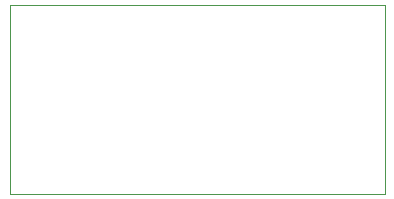
<source format=gbr>
%TF.GenerationSoftware,KiCad,Pcbnew,(6.0.7)*%
%TF.CreationDate,2023-02-04T21:02:38-08:00*%
%TF.ProjectId,ESP_Module,4553505f-4d6f-4647-956c-652e6b696361,rev?*%
%TF.SameCoordinates,Original*%
%TF.FileFunction,Profile,NP*%
%FSLAX46Y46*%
G04 Gerber Fmt 4.6, Leading zero omitted, Abs format (unit mm)*
G04 Created by KiCad (PCBNEW (6.0.7)) date 2023-02-04 21:02:38*
%MOMM*%
%LPD*%
G01*
G04 APERTURE LIST*
%TA.AperFunction,Profile*%
%ADD10C,0.038100*%
%TD*%
G04 APERTURE END LIST*
D10*
X147320000Y-97410000D02*
X147320000Y-113410000D01*
X115570000Y-97410000D02*
X115570000Y-113410000D01*
X147320000Y-97410000D02*
X115570000Y-97410000D01*
X147320000Y-113410000D02*
X115570000Y-113410000D01*
M02*

</source>
